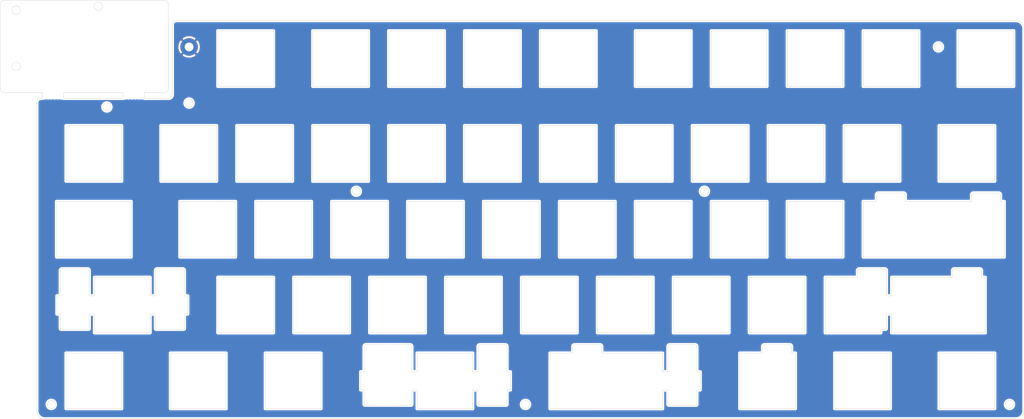
<source format=kicad_pcb>
(kicad_pcb (version 20171130) (host pcbnew "(5.1.9-0-10_14)")
  (layers (0 F.Cu signal) (31 B.Cu signal) (34 B.Paste user) (35 F.Paste user) (36 B.SilkS user) (37 F.SilkS user) (38 B.Mask user) (39 F.Mask user) (44 Edge.Cuts user))
  (net 0 "")
  (net 1 GND)
  (module _reviung-kbd:Stamp_Holes_5mm (layer F.Cu) (at 53.9 54.39)
    (fp_text reference breakaway)
    (fp_text value Stamp_Holes_5mm hide)
    (pad "" np_thru_hole circle (at 0.425 0) (size 0.6 0.6) (drill 0.6) (layers *.Cu *.Mask))
    (pad "" np_thru_hole circle (at -0.425 0) (size 0.6 0.6) (drill 0.6) (layers *.Cu *.Mask))
    (pad "" np_thru_hole circle (at -1.25 0) (size 0.6 0.6) (drill 0.6) (layers *.Cu *.Mask))
    (pad "" np_thru_hole circle (at -2.075 0) (size 0.6 0.6) (drill 0.6) (layers *.Cu *.Mask))
    (pad "" np_thru_hole circle (at 1.25 0) (size 0.6 0.6) (drill 0.6) (layers *.Cu *.Mask))
    (pad "" np_thru_hole circle (at 2.075 0) (size 0.6 0.6) (drill 0.6) (layers *.Cu *.Mask))
  )
  (module _reviung-kbd:Stamp_Holes_5mm (layer F.Cu) (at 33.63 54.39)
    (fp_text reference breakaway)
    (fp_text value Stamp_Holes_5mm hide)
    (pad "" np_thru_hole circle (at 0.425 0) (size 0.6 0.6) (drill 0.6) (layers *.Cu *.Mask))
    (pad "" np_thru_hole circle (at -0.425 0) (size 0.6 0.6) (drill 0.6) (layers *.Cu *.Mask))
    (pad "" np_thru_hole circle (at -1.25 0) (size 0.6 0.6) (drill 0.6) (layers *.Cu *.Mask))
    (pad "" np_thru_hole circle (at -2.075 0) (size 0.6 0.6) (drill 0.6) (layers *.Cu *.Mask))
    (pad "" np_thru_hole circle (at 1.25 0) (size 0.6 0.6) (drill 0.6) (layers *.Cu *.Mask))
    (pad "" np_thru_hole circle (at 2.075 0) (size 0.6 0.6) (drill 0.6) (layers *.Cu *.Mask))
  )
  (module MountingHole:MountingHole_2.2mm_M2_Pad (layer F.Cu) (at 67.78 41.79)
    (fp_text reference H1 hide)
    (fp_text value MountingHole_Pad)
    (pad 1 thru_hole circle (at 0 0) (size 4.4 4.4) (drill 2.2) (layers *.Cu *.Mask) (net 1 GND))
  )
  (gr_curve (pts (xy 274.717478 51.717507) (xy 274.717478 51.717507) (xy 260.717493 51.717485) (xy 260.717493 51.717485)) (layer Edge.Cuts) (width 0.088))
  (gr_curve (pts (xy 260.717493 51.717485) (xy 260.717493 51.717485) (xy 260.717515 37.7175) (xy 260.717515 37.7175)) (layer Edge.Cuts) (width 0.088))
  (gr_curve (pts (xy 272.336228 94.580007) (xy 272.336228 94.580007) (xy 236.904993 94.579985) (xy 236.904993 94.579985)) (layer Edge.Cuts) (width 0.088))
  (gr_curve (pts (xy 274.689508 131.599603) (xy 274.689508 132.179499) (xy 274.219404 132.649604) (xy 273.639508 132.649604)) (layer Edge.Cuts) (width 0.088))
  (gr_curve (pts (xy 208.042478 75.530007) (xy 208.042478 75.530007) (xy 194.042493 75.529985) (xy 194.042493 75.529985)) (layer Edge.Cuts) (width 0.088))
  (gr_curve (pts (xy 208.0425 61.53) (xy 208.0425 61.53) (xy 208.042478 75.530007) (xy 208.042478 75.530007)) (layer Edge.Cuts) (width 0.088))
  (gr_curve (pts (xy 194.042515 61.53) (xy 194.042515 61.53) (xy 208.0425 61.53) (xy 208.0425 61.53)) (layer Edge.Cuts) (width 0.088))
  (gr_curve (pts (xy 274.7175 37.7175) (xy 274.7175 37.7175) (xy 274.717478 51.717507) (xy 274.717478 51.717507)) (layer Edge.Cuts) (width 0.088))
  (gr_curve (pts (xy 273.639508 130.549603) (xy 274.219404 130.549603) (xy 274.689508 131.019708) (xy 274.689508 131.599603)) (layer Edge.Cuts) (width 0.088))
  (gr_curve (pts (xy 259.32645 97.987185) (xy 259.32645 97.711039) (xy 259.550295 97.487172) (xy 259.826441 97.487194)) (layer Edge.Cuts) (width 0.088))
  (gr_curve (pts (xy 259.32645 99.629742) (xy 259.32645 99.629742) (xy 259.32645 97.987185) (xy 259.32645 97.987185)) (layer Edge.Cuts) (width 0.088))
  (gr_curve (pts (xy 244.055612 99.629742) (xy 244.055612 99.629742) (xy 259.32645 99.629742) (xy 259.32645 99.629742)) (layer Edge.Cuts) (width 0.088))
  (gr_curve (pts (xy 244.055612 104.323146) (xy 244.055612 104.323146) (xy 244.055612 99.629742) (xy 244.055612 99.629742)) (layer Edge.Cuts) (width 0.088))
  (gr_curve (pts (xy 272.589507 131.599603) (xy 272.589507 131.019708) (xy 273.059612 130.549603) (xy 273.639508 130.549603)) (layer Edge.Cuts) (width 0.088))
  (gr_curve (pts (xy 272.33625 80.58) (xy 272.33625 80.58) (xy 272.336228 94.580007) (xy 272.336228 94.580007)) (layer Edge.Cuts) (width 0.088))
  (gr_curve (pts (xy 271.413093 80.58) (xy 271.413093 80.58) (xy 272.33625 80.58) (xy 272.33625 80.58)) (layer Edge.Cuts) (width 0.088))
  (gr_curve (pts (xy 271.413093 78.940436) (xy 271.413093 78.940436) (xy 271.413093 80.58) (xy 271.413093 80.58)) (layer Edge.Cuts) (width 0.088))
  (gr_curve (pts (xy 273.639508 132.649604) (xy 273.059612 132.649604) (xy 272.589507 132.179499) (xy 272.589507 131.599603)) (layer Edge.Cuts) (width 0.088))
  (gr_curve (pts (xy 242.790142 97.987206) (xy 242.790142 97.987206) (xy 242.79012 104.323146) (xy 242.79012 104.323146)) (layer Edge.Cuts) (width 0.088))
  (gr_curve (pts (xy 242.290151 97.487194) (xy 242.566275 97.487194) (xy 242.790142 97.71106) (xy 242.790142 97.987206)) (layer Edge.Cuts) (width 0.088))
  (gr_curve (pts (xy 235.965193 97.487194) (xy 235.965193 97.487194) (xy 242.290151 97.487194) (xy 242.290151 97.487194)) (layer Edge.Cuts) (width 0.088))
  (gr_curve (pts (xy 243.761228 132.680007) (xy 243.761228 132.680007) (xy 229.761243 132.679985) (xy 229.761243 132.679985)) (layer Edge.Cuts) (width 0.088))
  (gr_curve (pts (xy 244.055496 108.914145) (xy 244.055496 108.914145) (xy 242.772529 108.914145) (xy 242.772529 108.914145)) (layer Edge.Cuts) (width 0.088))
  (gr_curve (pts (xy 244.055496 113.629748) (xy 244.055496 113.629748) (xy 244.055496 108.914145) (xy 244.055496 108.914145)) (layer Edge.Cuts) (width 0.088))
  (gr_curve (pts (xy 267.573728 113.629748) (xy 267.573728 113.629748) (xy 244.055496 113.629748) (xy 244.055496 113.629748)) (layer Edge.Cuts) (width 0.088))
  (gr_curve (pts (xy 267.57375 99.63) (xy 267.57375 99.63) (xy 267.573728 113.629748) (xy 267.573728 113.629748)) (layer Edge.Cuts) (width 0.088))
  (gr_curve (pts (xy 266.65139 99.63) (xy 266.65139 99.63) (xy 267.57375 99.63) (xy 267.57375 99.63)) (layer Edge.Cuts) (width 0.088))
  (gr_curve (pts (xy 266.65139 97.987206) (xy 266.65139 97.987206) (xy 266.65139 99.63) (xy 266.65139 99.63)) (layer Edge.Cuts) (width 0.088))
  (gr_curve (pts (xy 266.151399 97.487194) (xy 266.427523 97.487194) (xy 266.65139 97.71106) (xy 266.65139 97.987206)) (layer Edge.Cuts) (width 0.088))
  (gr_curve (pts (xy 259.826441 97.487194) (xy 259.826441 97.487194) (xy 266.151399 97.487194) (xy 266.151399 97.487194)) (layer Edge.Cuts) (width 0.088))
  (gr_curve (pts (xy 235.465202 97.987185) (xy 235.465202 97.711039) (xy 235.689047 97.487172) (xy 235.965193 97.487194)) (layer Edge.Cuts) (width 0.088))
  (gr_curve (pts (xy 235.465202 99.63) (xy 235.465202 99.63) (xy 235.465202 97.987185) (xy 235.465202 97.987185)) (layer Edge.Cuts) (width 0.088))
  (gr_curve (pts (xy 227.380015 99.63) (xy 227.380015 99.63) (xy 235.465202 99.63) (xy 235.465202 99.63)) (layer Edge.Cuts) (width 0.088))
  (gr_curve (pts (xy 227.379993 113.629985) (xy 227.379993 113.629985) (xy 227.380015 99.63) (xy 227.380015 99.63)) (layer Edge.Cuts) (width 0.088))
  (gr_curve (pts (xy 242.79012 104.323146) (xy 242.79012 104.323146) (xy 244.055612 104.323146) (xy 244.055612 104.323146)) (layer Edge.Cuts) (width 0.088))
  (gr_curve (pts (xy 241.379978 113.630007) (xy 241.379978 113.630007) (xy 227.379993 113.629985) (xy 227.379993 113.629985)) (layer Edge.Cuts) (width 0.088))
  (gr_curve (pts (xy 241.379978 112.752046) (xy 241.379978 112.752046) (xy 241.379978 113.630007) (xy 241.379978 113.630007)) (layer Edge.Cuts) (width 0.088))
  (gr_curve (pts (xy 242.522501 112.752046) (xy 242.522501 112.752046) (xy 241.379978 112.752046) (xy 241.379978 112.752046)) (layer Edge.Cuts) (width 0.088))
  (gr_curve (pts (xy 242.772507 112.50204) (xy 242.772507 112.640102) (xy 242.660585 112.752046) (xy 242.522501 112.752046)) (layer Edge.Cuts) (width 0.088))
  (gr_curve (pts (xy 242.772529 108.914145) (xy 242.772529 108.914145) (xy 242.772507 112.50204) (xy 242.772507 112.50204)) (layer Edge.Cuts) (width 0.088))
  (gr_curve (pts (xy 240.209313 78.940415) (xy 240.209313 78.664269) (xy 240.433158 78.440402) (xy 240.709304 78.440424)) (layer Edge.Cuts) (width 0.088))
  (gr_curve (pts (xy 240.209313 80.58) (xy 240.209313 80.58) (xy 240.209313 78.940415) (xy 240.209313 78.940415)) (layer Edge.Cuts) (width 0.088))
  (gr_curve (pts (xy 247.034263 78.440424) (xy 247.310387 78.440424) (xy 247.534254 78.66429) (xy 247.534254 78.940436)) (layer Edge.Cuts) (width 0.088))
  (gr_curve (pts (xy 240.709304 78.440424) (xy 240.709304 78.440424) (xy 247.034263 78.440424) (xy 247.034263 78.440424)) (layer Edge.Cuts) (width 0.088))
  (gr_curve (pts (xy 264.088153 80.58) (xy 264.088153 80.58) (xy 264.088153 78.940415) (xy 264.088153 78.940415)) (layer Edge.Cuts) (width 0.088))
  (gr_curve (pts (xy 247.534254 80.58) (xy 247.534254 80.58) (xy 264.088153 80.58) (xy 264.088153 80.58)) (layer Edge.Cuts) (width 0.088))
  (gr_curve (pts (xy 247.534254 78.940436) (xy 247.534254 78.940436) (xy 247.534254 80.58) (xy 247.534254 80.58)) (layer Edge.Cuts) (width 0.088))
  (gr_curve (pts (xy 269.955 118.680022) (xy 269.955 118.680022) (xy 269.954978 132.680007) (xy 269.954978 132.680007)) (layer Edge.Cuts) (width 0.088))
  (gr_curve (pts (xy 255.955015 118.68) (xy 255.955015 118.68) (xy 269.955 118.680022) (xy 269.955 118.680022)) (layer Edge.Cuts) (width 0.088))
  (gr_curve (pts (xy 255.954993 132.679985) (xy 255.954993 132.679985) (xy 255.955015 118.68) (xy 255.955015 118.68)) (layer Edge.Cuts) (width 0.088))
  (gr_curve (pts (xy 269.954978 132.680007) (xy 269.954978 132.680007) (xy 255.954993 132.679985) (xy 255.954993 132.679985)) (layer Edge.Cuts) (width 0.088))
  (gr_curve (pts (xy 270.913102 78.440424) (xy 271.189227 78.440424) (xy 271.413093 78.66429) (xy 271.413093 78.940436)) (layer Edge.Cuts) (width 0.088))
  (gr_curve (pts (xy 264.588144 78.440424) (xy 264.588144 78.440424) (xy 270.913102 78.440424) (xy 270.913102 78.440424)) (layer Edge.Cuts) (width 0.088))
  (gr_curve (pts (xy 264.088153 78.940415) (xy 264.088153 78.664269) (xy 264.311998 78.440402) (xy 264.588144 78.440424)) (layer Edge.Cuts) (width 0.088))
  (gr_curve (pts (xy 208.330015 99.63) (xy 208.330015 99.63) (xy 222.33 99.63) (xy 222.33 99.63)) (layer Edge.Cuts) (width 0.088))
  (gr_curve (pts (xy 208.329993 113.629985) (xy 208.329993 113.629985) (xy 208.330015 99.63) (xy 208.330015 99.63)) (layer Edge.Cuts) (width 0.088))
  (gr_curve (pts (xy 222.329978 113.630007) (xy 222.329978 113.630007) (xy 208.329993 113.629985) (xy 208.329993 113.629985)) (layer Edge.Cuts) (width 0.088))
  (gr_curve (pts (xy 243.76125 118.680022) (xy 243.76125 118.680022) (xy 243.761228 132.680007) (xy 243.761228 132.680007)) (layer Edge.Cuts) (width 0.088))
  (gr_curve (pts (xy 229.761243 118.68) (xy 229.761243 118.68) (xy 243.76125 118.680022) (xy 243.76125 118.680022)) (layer Edge.Cuts) (width 0.088))
  (gr_curve (pts (xy 229.761243 132.679985) (xy 229.761243 132.679985) (xy 229.761243 118.68) (xy 229.761243 118.68)) (layer Edge.Cuts) (width 0.088))
  (gr_curve (pts (xy 260.717515 37.7175) (xy 260.717515 37.7175) (xy 274.7175 37.7175) (xy 274.7175 37.7175)) (layer Edge.Cuts) (width 0.088))
  (gr_curve (pts (xy 195.225969 127.984363) (xy 195.225969 127.984363) (xy 195.225969 131.572258) (xy 195.225969 131.572258)) (layer Edge.Cuts) (width 0.088))
  (gr_curve (pts (xy 196.061319 127.984363) (xy 196.061319 127.984363) (xy 195.225969 127.984363) (xy 195.225969 127.984363)) (layer Edge.Cuts) (width 0.088))
  (gr_curve (pts (xy 203.28 99.63) (xy 203.28 99.63) (xy 203.279978 113.630007) (xy 203.279978 113.630007)) (layer Edge.Cuts) (width 0.088))
  (gr_curve (pts (xy 189.280015 99.63) (xy 189.280015 99.63) (xy 203.28 99.63) (xy 203.28 99.63)) (layer Edge.Cuts) (width 0.088))
  (gr_curve (pts (xy 189.279993 113.629985) (xy 189.279993 113.629985) (xy 189.280015 99.63) (xy 189.280015 99.63)) (layer Edge.Cuts) (width 0.088))
  (gr_curve (pts (xy 203.279978 113.630007) (xy 203.279978 113.630007) (xy 189.279993 113.629985) (xy 189.279993 113.629985)) (layer Edge.Cuts) (width 0.088))
  (gr_curve (pts (xy 219.94875 118.68) (xy 219.94875 118.68) (xy 219.948728 132.679985) (xy 219.948728 132.679985)) (layer Edge.Cuts) (width 0.088))
  (gr_curve (pts (xy 218.975833 118.68) (xy 218.975833 118.68) (xy 219.94875 118.68) (xy 219.94875 118.68)) (layer Edge.Cuts) (width 0.088))
  (gr_curve (pts (xy 218.975833 117.050944) (xy 218.975833 117.050944) (xy 218.975833 118.68) (xy 218.975833 118.68)) (layer Edge.Cuts) (width 0.088))
  (gr_curve (pts (xy 218.475842 116.550931) (xy 218.751967 116.550931) (xy 218.975833 116.774798) (xy 218.975833 117.050944)) (layer Edge.Cuts) (width 0.088))
  (gr_curve (pts (xy 212.150884 116.55091) (xy 212.150884 116.55091) (xy 218.475842 116.550931) (xy 218.475842 116.550931)) (layer Edge.Cuts) (width 0.088))
  (gr_curve (pts (xy 211.650893 117.050922) (xy 211.650893 116.774776) (xy 211.874738 116.55091) (xy 212.150884 116.55091)) (layer Edge.Cuts) (width 0.088))
  (gr_curve (pts (xy 211.650893 118.679979) (xy 211.650893 118.679979) (xy 211.650893 117.050922) (xy 211.650893 117.050922)) (layer Edge.Cuts) (width 0.088))
  (gr_curve (pts (xy 205.948743 118.679979) (xy 205.948743 118.679979) (xy 211.650893 118.679979) (xy 211.650893 118.679979)) (layer Edge.Cuts) (width 0.088))
  (gr_curve (pts (xy 205.948743 132.679964) (xy 205.948743 132.679964) (xy 205.948743 118.679979) (xy 205.948743 118.679979)) (layer Edge.Cuts) (width 0.088))
  (gr_curve (pts (xy 219.948728 132.679985) (xy 219.948728 132.679985) (xy 205.948743 132.679964) (xy 205.948743 132.679964)) (layer Edge.Cuts) (width 0.088))
  (gr_curve (pts (xy 222.33 99.63) (xy 222.33 99.63) (xy 222.329978 113.630007) (xy 222.329978 113.630007)) (layer Edge.Cuts) (width 0.088))
  (gr_curve (pts (xy 255.954993 75.529985) (xy 255.954993 75.529985) (xy 255.955015 61.53) (xy 255.955015 61.53)) (layer Edge.Cuts) (width 0.088))
  (gr_curve (pts (xy 269.954978 75.530007) (xy 269.954978 75.530007) (xy 255.954993 75.529985) (xy 255.954993 75.529985)) (layer Edge.Cuts) (width 0.088))
  (gr_curve (pts (xy 269.955 61.53) (xy 269.955 61.53) (xy 269.954978 75.530007) (xy 269.954978 75.530007)) (layer Edge.Cuts) (width 0.088))
  (gr_curve (pts (xy 236.904993 51.717485) (xy 236.904993 51.717485) (xy 236.905015 37.7175) (xy 236.905015 37.7175)) (layer Edge.Cuts) (width 0.088))
  (gr_curve (pts (xy 250.904978 51.717507) (xy 250.904978 51.717507) (xy 236.904993 51.717485) (xy 236.904993 51.717485)) (layer Edge.Cuts) (width 0.088))
  (gr_curve (pts (xy 250.905 37.7175) (xy 250.905 37.7175) (xy 250.904978 51.717507) (xy 250.904978 51.717507)) (layer Edge.Cuts) (width 0.088))
  (gr_curve (pts (xy 236.905015 37.7175) (xy 236.905015 37.7175) (xy 250.905 37.7175) (xy 250.905 37.7175)) (layer Edge.Cuts) (width 0.088))
  (gr_curve (pts (xy 232.142493 75.529985) (xy 232.142493 75.529985) (xy 232.142515 61.53) (xy 232.142515 61.53)) (layer Edge.Cuts) (width 0.088))
  (gr_curve (pts (xy 246.142478 75.530007) (xy 246.142478 75.530007) (xy 232.142493 75.529985) (xy 232.142493 75.529985)) (layer Edge.Cuts) (width 0.088))
  (gr_curve (pts (xy 246.1425 61.53) (xy 246.1425 61.53) (xy 246.142478 75.530007) (xy 246.142478 75.530007)) (layer Edge.Cuts) (width 0.088))
  (gr_curve (pts (xy 232.142515 61.53) (xy 232.142515 61.53) (xy 246.1425 61.53) (xy 246.1425 61.53)) (layer Edge.Cuts) (width 0.088))
  (gr_curve (pts (xy 217.854993 51.717485) (xy 217.854993 51.717485) (xy 217.855015 37.7175) (xy 217.855015 37.7175)) (layer Edge.Cuts) (width 0.088))
  (gr_curve (pts (xy 231.854978 51.717507) (xy 231.854978 51.717507) (xy 217.854993 51.717485) (xy 217.854993 51.717485)) (layer Edge.Cuts) (width 0.088))
  (gr_curve (pts (xy 231.855 37.7175) (xy 231.855 37.7175) (xy 231.854978 51.717507) (xy 231.854978 51.717507)) (layer Edge.Cuts) (width 0.088))
  (gr_curve (pts (xy 217.855015 37.7175) (xy 217.855015 37.7175) (xy 231.855 37.7175) (xy 231.855 37.7175)) (layer Edge.Cuts) (width 0.088))
  (gr_curve (pts (xy 217.855015 80.58) (xy 217.855015 80.58) (xy 231.855 80.58) (xy 231.855 80.58)) (layer Edge.Cuts) (width 0.088))
  (gr_curve (pts (xy 217.854993 94.579985) (xy 217.854993 94.579985) (xy 217.855015 80.58) (xy 217.855015 80.58)) (layer Edge.Cuts) (width 0.088))
  (gr_curve (pts (xy 231.854978 94.580007) (xy 231.854978 94.580007) (xy 217.854993 94.579985) (xy 217.854993 94.579985)) (layer Edge.Cuts) (width 0.088))
  (gr_curve (pts (xy 231.855 80.58) (xy 231.855 80.58) (xy 231.854978 94.580007) (xy 231.854978 94.580007)) (layer Edge.Cuts) (width 0.088))
  (gr_curve (pts (xy 213.092493 75.529985) (xy 213.092493 75.529985) (xy 213.092515 61.53) (xy 213.092515 61.53)) (layer Edge.Cuts) (width 0.088))
  (gr_curve (pts (xy 227.092478 75.530007) (xy 227.092478 75.530007) (xy 213.092493 75.529985) (xy 213.092493 75.529985)) (layer Edge.Cuts) (width 0.088))
  (gr_curve (pts (xy 227.0925 61.53) (xy 227.0925 61.53) (xy 227.092478 75.530007) (xy 227.092478 75.530007)) (layer Edge.Cuts) (width 0.088))
  (gr_curve (pts (xy 213.092515 61.53) (xy 213.092515 61.53) (xy 227.0925 61.53) (xy 227.0925 61.53)) (layer Edge.Cuts) (width 0.088))
  (gr_curve (pts (xy 198.804993 51.717485) (xy 198.804993 51.717485) (xy 198.805015 37.7175) (xy 198.805015 37.7175)) (layer Edge.Cuts) (width 0.088))
  (gr_curve (pts (xy 212.804978 51.717507) (xy 212.804978 51.717507) (xy 198.804993 51.717485) (xy 198.804993 51.717485)) (layer Edge.Cuts) (width 0.088))
  (gr_curve (pts (xy 212.805 37.7175) (xy 212.805 37.7175) (xy 212.804978 51.717507) (xy 212.804978 51.717507)) (layer Edge.Cuts) (width 0.088))
  (gr_curve (pts (xy 198.805015 37.7175) (xy 198.805015 37.7175) (xy 212.805 37.7175) (xy 212.805 37.7175)) (layer Edge.Cuts) (width 0.088))
  (gr_curve (pts (xy 198.805015 80.58) (xy 198.805015 80.58) (xy 212.805 80.58) (xy 212.805 80.58)) (layer Edge.Cuts) (width 0.088))
  (gr_curve (pts (xy 198.804993 94.579985) (xy 198.804993 94.579985) (xy 198.805015 80.58) (xy 198.805015 80.58)) (layer Edge.Cuts) (width 0.088))
  (gr_curve (pts (xy 212.804978 94.580007) (xy 212.804978 94.580007) (xy 198.804993 94.579985) (xy 198.804993 94.579985)) (layer Edge.Cuts) (width 0.088))
  (gr_curve (pts (xy 212.805 80.58) (xy 212.805 80.58) (xy 212.804978 94.580007) (xy 212.804978 94.580007)) (layer Edge.Cuts) (width 0.088))
  (gr_curve (pts (xy 194.042493 75.529985) (xy 194.042493 75.529985) (xy 194.042515 61.53) (xy 194.042515 61.53)) (layer Edge.Cuts) (width 0.088))
  (gr_curve (pts (xy 188.151014 131.822243) (xy 188.012952 131.822243) (xy 187.901029 131.710299) (xy 187.901029 131.572236)) (layer Edge.Cuts) (width 0.088))
  (gr_curve (pts (xy 194.975963 131.822264) (xy 194.975963 131.822264) (xy 188.151014 131.822243) (xy 188.151014 131.822243)) (layer Edge.Cuts) (width 0.088))
  (gr_curve (pts (xy 195.225969 131.572258) (xy 195.225969 131.71032) (xy 195.114047 131.822264) (xy 194.975963 131.822264)) (layer Edge.Cuts) (width 0.088))
  (gr_curve (pts (xy 195.226013 117.057425) (xy 195.226013 117.057425) (xy 195.225991 123.393364) (xy 195.225991 123.393364)) (layer Edge.Cuts) (width 0.088))
  (gr_curve (pts (xy 194.726022 116.557412) (xy 195.002146 116.557412) (xy 195.226013 116.781279) (xy 195.226013 117.057425)) (layer Edge.Cuts) (width 0.088))
  (gr_curve (pts (xy 188.401063 116.557412) (xy 188.401063 116.557412) (xy 194.726022 116.557412) (xy 194.726022 116.557412)) (layer Edge.Cuts) (width 0.088))
  (gr_curve (pts (xy 187.901072 117.057403) (xy 187.901072 116.781257) (xy 188.124917 116.557391) (xy 188.401063 116.557412)) (layer Edge.Cuts) (width 0.088))
  (gr_curve (pts (xy 187.901051 123.375751) (xy 187.901051 123.375751) (xy 187.901072 117.057403) (xy 187.901072 117.057403)) (layer Edge.Cuts) (width 0.088))
  (gr_curve (pts (xy 186.612628 123.375751) (xy 186.612628 123.375751) (xy 187.901051 123.375751) (xy 187.901051 123.375751)) (layer Edge.Cuts) (width 0.088))
  (gr_curve (pts (xy 186.612628 118.688871) (xy 186.612628 118.688871) (xy 186.612628 123.375751) (xy 186.612628 123.375751)) (layer Edge.Cuts) (width 0.088))
  (gr_curve (pts (xy 171.347173 118.679914) (xy 171.347173 118.679914) (xy 186.612628 118.688871) (xy 186.612628 118.688871)) (layer Edge.Cuts) (width 0.088))
  (gr_curve (pts (xy 171.347173 117.057425) (xy 171.347173 117.057425) (xy 171.347173 118.679914) (xy 171.347173 118.679914)) (layer Edge.Cuts) (width 0.088))
  (gr_curve (pts (xy 170.847182 116.557412) (xy 171.123306 116.557412) (xy 171.347173 116.781279) (xy 171.347173 117.057425)) (layer Edge.Cuts) (width 0.088))
  (gr_curve (pts (xy 164.522223 116.557412) (xy 164.522223 116.557412) (xy 170.847182 116.557412) (xy 170.847182 116.557412)) (layer Edge.Cuts) (width 0.088))
  (gr_curve (pts (xy 164.022232 117.057403) (xy 164.022232 116.781257) (xy 164.246078 116.557391) (xy 164.522223 116.557412)) (layer Edge.Cuts) (width 0.088))
  (gr_curve (pts (xy 164.022232 118.679892) (xy 164.022232 118.679892) (xy 164.022232 117.057403) (xy 164.022232 117.057403)) (layer Edge.Cuts) (width 0.088))
  (gr_curve (pts (xy 158.323765 118.679871) (xy 158.323765 118.679871) (xy 164.022232 118.679892) (xy 164.022232 118.679892)) (layer Edge.Cuts) (width 0.088))
  (gr_curve (pts (xy 158.323743 132.679856) (xy 158.323743 132.679856) (xy 158.323765 118.679871) (xy 158.323765 118.679871)) (layer Edge.Cuts) (width 0.088))
  (gr_curve (pts (xy 186.612628 132.688878) (xy 186.612628 132.688878) (xy 158.323743 132.679856) (xy 158.323743 132.679856)) (layer Edge.Cuts) (width 0.088))
  (gr_curve (pts (xy 186.612628 127.986882) (xy 186.612628 127.986882) (xy 186.612628 132.688878) (xy 186.612628 132.688878)) (layer Edge.Cuts) (width 0.088))
  (gr_curve (pts (xy 187.901029 127.986882) (xy 187.901029 127.986882) (xy 186.612628 127.986882) (xy 186.612628 127.986882)) (layer Edge.Cuts) (width 0.088))
  (gr_curve (pts (xy 187.901029 131.572236) (xy 187.901029 131.572236) (xy 187.901029 127.986882) (xy 187.901029 127.986882)) (layer Edge.Cuts) (width 0.088))
  (gr_curve (pts (xy 277.242496 37.192726) (xy 277.242496 36.088164) (xy 276.347073 35.19274) (xy 275.242511 35.19274)) (layer Edge.Cuts) (width 0.088))
  (gr_curve (pts (xy 277.242496 133.205255) (xy 277.242496 133.205255) (xy 277.242496 37.192726) (xy 277.242496 37.192726)) (layer Edge.Cuts) (width 0.088))
  (gr_curve (pts (xy 275.242511 135.20524) (xy 276.347073 135.20524) (xy 277.242496 134.309817) (xy 277.242496 133.205255)) (layer Edge.Cuts) (width 0.088))
  (gr_curve (pts (xy 31.592504 135.20524) (xy 31.592504 135.20524) (xy 275.242511 135.20524) (xy 275.242511 135.20524)) (layer Edge.Cuts) (width 0.088))
  (gr_curve (pts (xy 29.592496 133.205233) (xy 29.592496 134.309817) (xy 30.48792 135.20524) (xy 31.592504 135.20524)) (layer Edge.Cuts) (width 0.088))
  (gr_curve (pts (xy 29.592496 55.742993) (xy 29.592496 55.742993) (xy 29.592496 133.205233) (xy 29.592496 133.205233)) (layer Edge.Cuts) (width 0.088))
  (gr_curve (pts (xy 30.5925 54.74299) (xy 30.040208 54.74299) (xy 29.592496 55.190723) (xy 29.592496 55.742993)) (layer Edge.Cuts) (width 0.088))
  (gr_curve (pts (xy 30.98 54.74299) (xy 30.98 54.74299) (xy 30.5925 54.74299) (xy 30.5925 54.74299)) (layer Edge.Cuts) (width 0.088))
  (gr_curve (pts (xy 30.98 53.242758) (xy 30.98 53.242758) (xy 30.98 54.74299) (xy 30.98 54.74299)) (layer Edge.Cuts) (width 0.088))
  (gr_curve (pts (xy 21.37547 53.242758) (xy 21.37547 53.242758) (xy 30.98 53.242758) (xy 30.98 53.242758)) (layer Edge.Cuts) (width 0.088))
  (gr_curve (pts (xy 20.375488 52.242755) (xy 20.375488 52.795047) (xy 20.8232 53.242758) (xy 21.37547 53.242758)) (layer Edge.Cuts) (width 0.088))
  (gr_curve (pts (xy 20.375488 31.042757) (xy 20.375488 31.042757) (xy 20.375488 52.242755) (xy 20.375488 52.242755)) (layer Edge.Cuts) (width 0.088))
  (gr_curve (pts (xy 21.37547 30.042753) (xy 20.8232 30.042753) (xy 20.375488 30.490486) (xy 20.375488 31.042757)) (layer Edge.Cuts) (width 0.088))
  (gr_curve (pts (xy 61.575471 30.042753) (xy 61.575471 30.042753) (xy 21.37547 30.042753) (xy 21.37547 30.042753)) (layer Edge.Cuts) (width 0.088))
  (gr_curve (pts (xy 62.575475 31.042757) (xy 62.575475 30.490486) (xy 62.127763 30.042753) (xy 61.575471 30.042753)) (layer Edge.Cuts) (width 0.088))
  (gr_curve (pts (xy 62.575475 52.242755) (xy 62.575475 52.242755) (xy 62.575475 31.042757) (xy 62.575475 31.042757)) (layer Edge.Cuts) (width 0.088))
  (gr_curve (pts (xy 61.575471 53.242758) (xy 62.127763 53.242758) (xy 62.575475 52.795047) (xy 62.575475 52.242755)) (layer Edge.Cuts) (width 0.088))
  (gr_curve (pts (xy 56.58 53.242758) (xy 56.415364 53.242758) (xy 61.575471 53.242758) (xy 61.575471 53.242758)) (layer Edge.Cuts) (width 0.088))
  (gr_curve (pts (xy 56.58 54.74299) (xy 56.58 54.74299) (xy 56.58 53.242758) (xy 56.58 53.242758)) (layer Edge.Cuts) (width 0.088))
  (gr_curve (pts (xy 62.601464 54.74299) (xy 62.601464 54.74299) (xy 56.58 54.74299) (xy 56.58 54.74299)) (layer Edge.Cuts) (width 0.088))
  (gr_curve (pts (xy 63.601467 53.743008) (xy 63.601467 54.295278) (xy 63.153755 54.74299) (xy 62.601464 54.74299)) (layer Edge.Cuts) (width 0.088))
  (gr_curve (pts (xy 63.601467 36.192744) (xy 63.601467 36.192744) (xy 63.601467 53.743008) (xy 63.601467 53.743008)) (layer Edge.Cuts) (width 0.088))
  (gr_curve (pts (xy 64.601471 35.19274) (xy 64.049179 35.19274) (xy 63.601467 35.640474) (xy 63.601467 36.192744)) (layer Edge.Cuts) (width 0.088))
  (gr_curve (pts (xy 275.242511 35.19274) (xy 275.242511 35.19274) (xy 64.601471 35.19274) (xy 64.601471 35.19274)) (layer Edge.Cuts) (width 0.088))
  (gr_curve (pts (xy 254.761504 41.785598) (xy 254.761504 41.205702) (xy 255.231609 40.735598) (xy 255.811505 40.735598)) (layer Edge.Cuts) (width 0.088))
  (gr_curve (pts (xy 255.811505 42.835599) (xy 255.231609 42.835599) (xy 254.761504 42.365494) (xy 254.761504 41.785598)) (layer Edge.Cuts) (width 0.088))
  (gr_curve (pts (xy 256.861505 41.785598) (xy 256.861505 42.365494) (xy 256.391401 42.835599) (xy 255.811505 42.835599)) (layer Edge.Cuts) (width 0.088))
  (gr_curve (pts (xy 255.811505 40.735598) (xy 256.391401 40.735598) (xy 256.861505 41.205702) (xy 256.861505 41.785598)) (layer Edge.Cuts) (width 0.088))
  (gr_curve (pts (xy 255.955015 61.53) (xy 255.955015 61.53) (xy 269.955 61.53) (xy 269.955 61.53)) (layer Edge.Cuts) (width 0.088))
  (gr_curve (pts (xy 124.972269 123.393364) (xy 124.972269 123.393364) (xy 124.972269 118.679742) (xy 124.972269 118.679742)) (layer Edge.Cuts) (width 0.088))
  (gr_curve (pts (xy 123.706778 123.393364) (xy 123.706778 123.393364) (xy 124.972269 123.393364) (xy 124.972269 123.393364)) (layer Edge.Cuts) (width 0.088))
  (gr_curve (pts (xy 123.706799 117.057425) (xy 123.706799 117.057425) (xy 123.706778 123.393364) (xy 123.706778 123.393364)) (layer Edge.Cuts) (width 0.088))
  (gr_curve (pts (xy 123.206808 116.557412) (xy 123.482933 116.557412) (xy 123.706799 116.781279) (xy 123.706799 117.057425)) (layer Edge.Cuts) (width 0.088))
  (gr_curve (pts (xy 112.158279 116.545031) (xy 112.158279 116.545031) (xy 123.206808 116.557412) (xy 123.206808 116.557412)) (layer Edge.Cuts) (width 0.088))
  (gr_curve (pts (xy 111.658288 117.045044) (xy 111.658288 116.768898) (xy 111.882133 116.545031) (xy 112.158279 116.545031)) (layer Edge.Cuts) (width 0.088))
  (gr_curve (pts (xy 111.658267 123.363392) (xy 111.658267 123.363392) (xy 111.658288 117.045044) (xy 111.658288 117.045044)) (layer Edge.Cuts) (width 0.088))
  (gr_curve (pts (xy 110.822896 123.363392) (xy 110.822896 123.363392) (xy 111.658267 123.363392) (xy 111.658267 123.363392)) (layer Edge.Cuts) (width 0.088))
  (gr_curve (pts (xy 110.822896 127.974523) (xy 110.822896 127.974523) (xy 110.822896 123.363392) (xy 110.822896 123.363392)) (layer Edge.Cuts) (width 0.088))
  (gr_curve (pts (xy 111.658267 127.974523) (xy 111.658267 127.974523) (xy 110.822896 127.974523) (xy 110.822896 127.974523)) (layer Edge.Cuts) (width 0.088))
  (gr_curve (pts (xy 111.658245 131.559877) (xy 111.658245 131.559877) (xy 111.658267 127.974523) (xy 111.658267 127.974523)) (layer Edge.Cuts) (width 0.088))
  (gr_curve (pts (xy 111.90823 131.809883) (xy 111.770168 131.809883) (xy 111.658245 131.697939) (xy 111.658245 131.559877)) (layer Edge.Cuts) (width 0.088))
  (gr_curve (pts (xy 123.45675 131.822264) (xy 123.45675 131.822264) (xy 111.90823 131.809883) (xy 111.90823 131.809883)) (layer Edge.Cuts) (width 0.088))
  (gr_curve (pts (xy 123.706756 131.572258) (xy 123.706756 131.71032) (xy 123.594834 131.822264) (xy 123.45675 131.822264)) (layer Edge.Cuts) (width 0.088))
  (gr_curve (pts (xy 123.706778 127.984363) (xy 123.706778 127.984363) (xy 123.706756 131.572258) (xy 123.706756 131.572258)) (layer Edge.Cuts) (width 0.088))
  (gr_curve (pts (xy 124.972269 127.984363) (xy 124.972269 127.984363) (xy 123.706778 127.984363) (xy 123.706778 127.984363)) (layer Edge.Cuts) (width 0.088))
  (gr_curve (pts (xy 124.972269 132.679748) (xy 124.972269 132.679748) (xy 124.972269 127.984363) (xy 124.972269 127.984363)) (layer Edge.Cuts) (width 0.088))
  (gr_curve (pts (xy 138.972254 132.679748) (xy 138.972254 132.679748) (xy 124.972269 132.679748) (xy 124.972269 132.679748)) (layer Edge.Cuts) (width 0.088))
  (gr_curve (pts (xy 138.972254 127.986882) (xy 138.972254 127.986882) (xy 138.972254 132.679748) (xy 138.972254 132.679748)) (layer Edge.Cuts) (width 0.088))
  (gr_curve (pts (xy 140.260655 127.986882) (xy 140.260655 127.986882) (xy 138.972254 127.986882) (xy 138.972254 127.986882)) (layer Edge.Cuts) (width 0.088))
  (gr_curve (pts (xy 140.260655 131.572236) (xy 140.260655 131.572236) (xy 140.260655 127.986882) (xy 140.260655 127.986882)) (layer Edge.Cuts) (width 0.088))
  (gr_curve (pts (xy 140.51064 131.822243) (xy 140.372578 131.822243) (xy 140.260655 131.710299) (xy 140.260655 131.572236)) (layer Edge.Cuts) (width 0.088))
  (gr_curve (pts (xy 147.335589 131.822264) (xy 147.335589 131.822264) (xy 140.51064 131.822243) (xy 140.51064 131.822243)) (layer Edge.Cuts) (width 0.088))
  (gr_curve (pts (xy 147.585596 131.572258) (xy 147.585596 131.71032) (xy 147.473673 131.822264) (xy 147.335589 131.822264)) (layer Edge.Cuts) (width 0.088))
  (gr_curve (pts (xy 147.585596 127.984363) (xy 147.585596 127.984363) (xy 147.585596 131.572258) (xy 147.585596 131.572258)) (layer Edge.Cuts) (width 0.088))
  (gr_curve (pts (xy 148.420945 127.984363) (xy 148.420945 127.984363) (xy 147.585596 127.984363) (xy 147.585596 127.984363)) (layer Edge.Cuts) (width 0.088))
  (gr_curve (pts (xy 153.240332 131.599603) (xy 153.240332 132.179499) (xy 152.770228 132.649604) (xy 152.190332 132.649604)) (layer Edge.Cuts) (width 0.088))
  (gr_curve (pts (xy 152.190332 130.549603) (xy 152.770228 130.549603) (xy 153.240332 131.019708) (xy 153.240332 131.599603)) (layer Edge.Cuts) (width 0.088))
  (gr_curve (pts (xy 151.140331 131.599603) (xy 151.140331 131.019708) (xy 151.610436 130.549603) (xy 152.190332 130.549603)) (layer Edge.Cuts) (width 0.088))
  (gr_curve (pts (xy 152.190332 132.649604) (xy 151.610436 132.649604) (xy 151.140331 132.179499) (xy 151.140331 131.599603)) (layer Edge.Cuts) (width 0.088))
  (gr_curve (pts (xy 196.061341 123.393364) (xy 196.061341 123.393364) (xy 196.061319 127.984363) (xy 196.061319 127.984363)) (layer Edge.Cuts) (width 0.088))
  (gr_curve (pts (xy 195.225991 123.393364) (xy 195.225991 123.393364) (xy 196.061341 123.393364) (xy 196.061341 123.393364)) (layer Edge.Cuts) (width 0.088))
  (gr_curve (pts (xy 33.199511 130.549603) (xy 33.779407 130.549603) (xy 34.249512 131.019708) (xy 34.249512 131.599603)) (layer Edge.Cuts) (width 0.088))
  (gr_curve (pts (xy 32.149511 131.599603) (xy 32.149511 131.019708) (xy 32.619594 130.549603) (xy 33.199511 130.549603)) (layer Edge.Cuts) (width 0.088))
  (gr_curve (pts (xy 33.199511 132.649604) (xy 32.619594 132.649604) (xy 32.149511 132.179499) (xy 32.149511 131.599603)) (layer Edge.Cuts) (width 0.088))
  (gr_curve (pts (xy 34.498506 94.579727) (xy 34.498506 94.579727) (xy 34.498506 80.579742) (xy 34.498506 80.579742)) (layer Edge.Cuts) (width 0.088))
  (gr_curve (pts (xy 53.261228 94.580007) (xy 53.261228 94.580007) (xy 34.498506 94.579727) (xy 34.498506 94.579727)) (layer Edge.Cuts) (width 0.088))
  (gr_curve (pts (xy 53.26125 80.58) (xy 53.26125 80.58) (xy 53.261228 94.580007) (xy 53.261228 94.580007)) (layer Edge.Cuts) (width 0.088))
  (gr_curve (pts (xy 34.498506 80.579742) (xy 34.498506 80.579742) (xy 53.26125 80.58) (xy 53.26125 80.58)) (layer Edge.Cuts) (width 0.088))
  (gr_curve (pts (xy 50.88 118.68) (xy 50.88 118.68) (xy 50.879978 132.680007) (xy 50.879978 132.680007)) (layer Edge.Cuts) (width 0.088))
  (gr_curve (pts (xy 36.880015 118.68) (xy 36.880015 118.68) (xy 50.88 118.68) (xy 50.88 118.68)) (layer Edge.Cuts) (width 0.088))
  (gr_curve (pts (xy 36.879993 132.679985) (xy 36.879993 132.679985) (xy 36.880015 118.68) (xy 36.880015 118.68)) (layer Edge.Cuts) (width 0.088))
  (gr_curve (pts (xy 50.879978 132.680007) (xy 50.879978 132.680007) (xy 36.879993 132.679985) (xy 36.879993 132.679985)) (layer Edge.Cuts) (width 0.088))
  (gr_curve (pts (xy 59.561877 112.752024) (xy 59.423815 112.752024) (xy 59.311893 112.64008) (xy 59.311893 112.502018)) (layer Edge.Cuts) (width 0.088))
  (gr_curve (pts (xy 66.386827 112.752046) (xy 66.386827 112.752046) (xy 59.561877 112.752024) (xy 59.561877 112.752024)) (layer Edge.Cuts) (width 0.088))
  (gr_curve (pts (xy 66.636833 112.50204) (xy 66.636833 112.640102) (xy 66.524911 112.752046) (xy 66.386827 112.752046)) (layer Edge.Cuts) (width 0.088))
  (gr_curve (pts (xy 66.636833 108.914145) (xy 66.636833 108.914145) (xy 66.636833 112.50204) (xy 66.636833 112.50204)) (layer Edge.Cuts) (width 0.088))
  (gr_curve (pts (xy 67.472183 108.914145) (xy 67.472183 108.914145) (xy 66.636833 108.914145) (xy 66.636833 108.914145)) (layer Edge.Cuts) (width 0.088))
  (gr_curve (pts (xy 67.472204 104.323146) (xy 67.472204 104.323146) (xy 67.472183 108.914145) (xy 67.472183 108.914145)) (layer Edge.Cuts) (width 0.088))
  (gr_curve (pts (xy 66.636855 104.323146) (xy 66.636855 104.323146) (xy 67.472204 104.323146) (xy 67.472204 104.323146)) (layer Edge.Cuts) (width 0.088))
  (gr_curve (pts (xy 66.636876 97.987206) (xy 66.636876 97.987206) (xy 66.636855 104.323146) (xy 66.636855 104.323146)) (layer Edge.Cuts) (width 0.088))
  (gr_curve (pts (xy 66.136885 97.487194) (xy 66.41301 97.487194) (xy 66.636876 97.71106) (xy 66.636876 97.987206)) (layer Edge.Cuts) (width 0.088))
  (gr_curve (pts (xy 59.811927 97.487194) (xy 59.811927 97.487194) (xy 66.136885 97.487194) (xy 66.136885 97.487194)) (layer Edge.Cuts) (width 0.088))
  (gr_curve (pts (xy 59.311936 97.987185) (xy 59.311936 97.711039) (xy 59.535781 97.487172) (xy 59.811927 97.487194)) (layer Edge.Cuts) (width 0.088))
  (gr_curve (pts (xy 59.311914 104.305533) (xy 59.311914 104.305533) (xy 59.311936 97.987185) (xy 59.311936 97.987185)) (layer Edge.Cuts) (width 0.088))
  (gr_curve (pts (xy 58.023491 104.305533) (xy 58.023491 104.305533) (xy 59.311914 104.305533) (xy 59.311914 104.305533)) (layer Edge.Cuts) (width 0.088))
  (gr_curve (pts (xy 58.023491 99.629742) (xy 58.023491 99.629742) (xy 58.023491 104.305533) (xy 58.023491 104.305533)) (layer Edge.Cuts) (width 0.088))
  (gr_curve (pts (xy 44.023506 99.629742) (xy 44.023506 99.629742) (xy 58.023491 99.629742) (xy 58.023491 99.629742)) (layer Edge.Cuts) (width 0.088))
  (gr_curve (pts (xy 44.023506 104.323146) (xy 44.023506 104.323146) (xy 44.023506 99.629742) (xy 44.023506 99.629742)) (layer Edge.Cuts) (width 0.088))
  (gr_curve (pts (xy 42.758015 104.323146) (xy 42.758015 104.323146) (xy 44.023506 104.323146) (xy 44.023506 104.323146)) (layer Edge.Cuts) (width 0.088))
  (gr_curve (pts (xy 42.758037 97.987206) (xy 42.758037 97.987206) (xy 42.758015 104.323146) (xy 42.758015 104.323146)) (layer Edge.Cuts) (width 0.088))
  (gr_curve (pts (xy 42.258046 97.487194) (xy 42.53417 97.487194) (xy 42.758037 97.71106) (xy 42.758037 97.987206)) (layer Edge.Cuts) (width 0.088))
  (gr_curve (pts (xy 35.933087 97.487194) (xy 35.933087 97.487194) (xy 42.258046 97.487194) (xy 42.258046 97.487194)) (layer Edge.Cuts) (width 0.088))
  (gr_curve (pts (xy 35.433096 97.987185) (xy 35.433096 97.711039) (xy 35.656941 97.487172) (xy 35.933087 97.487194)) (layer Edge.Cuts) (width 0.088))
  (gr_curve (pts (xy 35.433075 104.305533) (xy 35.433075 104.305533) (xy 35.433096 97.987185) (xy 35.433096 97.987185)) (layer Edge.Cuts) (width 0.088))
  (gr_curve (pts (xy 34.597703 104.305533) (xy 34.597703 104.305533) (xy 35.433075 104.305533) (xy 35.433075 104.305533)) (layer Edge.Cuts) (width 0.088))
  (gr_curve (pts (xy 34.597703 108.916664) (xy 34.597703 108.916664) (xy 34.597703 104.305533) (xy 34.597703 104.305533)) (layer Edge.Cuts) (width 0.088))
  (gr_curve (pts (xy 35.433075 108.916664) (xy 35.433075 108.916664) (xy 34.597703 108.916664) (xy 34.597703 108.916664)) (layer Edge.Cuts) (width 0.088))
  (gr_curve (pts (xy 35.433053 112.502018) (xy 35.433053 112.502018) (xy 35.433075 108.916664) (xy 35.433075 108.916664)) (layer Edge.Cuts) (width 0.088))
  (gr_curve (pts (xy 35.683038 112.752024) (xy 35.544976 112.752024) (xy 35.433053 112.64008) (xy 35.433053 112.502018)) (layer Edge.Cuts) (width 0.088))
  (gr_curve (pts (xy 42.507987 112.752046) (xy 42.507987 112.752046) (xy 35.683038 112.752024) (xy 35.683038 112.752024)) (layer Edge.Cuts) (width 0.088))
  (gr_curve (pts (xy 42.757993 112.50204) (xy 42.757993 112.640102) (xy 42.646071 112.752046) (xy 42.507987 112.752046)) (layer Edge.Cuts) (width 0.088))
  (gr_curve (pts (xy 42.758015 108.914145) (xy 42.758015 108.914145) (xy 42.757993 112.50204) (xy 42.757993 112.50204)) (layer Edge.Cuts) (width 0.088))
  (gr_curve (pts (xy 44.023506 108.914145) (xy 44.023506 108.914145) (xy 42.758015 108.914145) (xy 42.758015 108.914145)) (layer Edge.Cuts) (width 0.088))
  (gr_curve (pts (xy 44.023506 113.629748) (xy 44.023506 113.629748) (xy 44.023506 108.914145) (xy 44.023506 108.914145)) (layer Edge.Cuts) (width 0.088))
  (gr_curve (pts (xy 58.023491 113.629748) (xy 58.023491 113.629748) (xy 44.023506 113.629748) (xy 44.023506 113.629748)) (layer Edge.Cuts) (width 0.088))
  (gr_curve (pts (xy 58.023491 108.916664) (xy 58.023491 108.916664) (xy 58.023491 113.629748) (xy 58.023491 113.629748)) (layer Edge.Cuts) (width 0.088))
  (gr_curve (pts (xy 59.311893 108.916664) (xy 59.311893 108.916664) (xy 58.023491 108.916664) (xy 58.023491 108.916664)) (layer Edge.Cuts) (width 0.088))
  (gr_curve (pts (xy 59.311893 112.502018) (xy 59.311893 112.502018) (xy 59.311893 108.916664) (xy 59.311893 108.916664)) (layer Edge.Cuts) (width 0.088))
  (gr_curve (pts (xy 77.07375 118.68) (xy 77.07375 118.68) (xy 77.073728 132.680007) (xy 77.073728 132.680007)) (layer Edge.Cuts) (width 0.088))
  (gr_curve (pts (xy 63.073743 118.68) (xy 63.073743 118.68) (xy 77.07375 118.68) (xy 77.07375 118.68)) (layer Edge.Cuts) (width 0.088))
  (gr_curve (pts (xy 63.073743 132.679985) (xy 63.073743 132.679985) (xy 63.073743 118.68) (xy 63.073743 118.68)) (layer Edge.Cuts) (width 0.088))
  (gr_curve (pts (xy 77.073728 132.680007) (xy 77.073728 132.680007) (xy 63.073743 132.679985) (xy 63.073743 132.679985)) (layer Edge.Cuts) (width 0.088))
  (gr_curve (pts (xy 100.88625 118.68) (xy 100.88625 118.68) (xy 100.886228 132.680007) (xy 100.886228 132.680007)) (layer Edge.Cuts) (width 0.088))
  (gr_curve (pts (xy 86.886243 118.68) (xy 86.886243 118.68) (xy 100.88625 118.68) (xy 100.88625 118.68)) (layer Edge.Cuts) (width 0.088))
  (gr_curve (pts (xy 86.886243 132.679985) (xy 86.886243 132.679985) (xy 86.886243 118.68) (xy 86.886243 118.68)) (layer Edge.Cuts) (width 0.088))
  (gr_curve (pts (xy 100.886228 132.680007) (xy 100.886228 132.680007) (xy 86.886243 132.679985) (xy 86.886243 132.679985)) (layer Edge.Cuts) (width 0.088))
  (gr_curve (pts (xy 108.03 99.63) (xy 108.03 99.63) (xy 108.029978 113.630007) (xy 108.029978 113.630007)) (layer Edge.Cuts) (width 0.088))
  (gr_curve (pts (xy 94.030015 99.63) (xy 94.030015 99.63) (xy 108.03 99.63) (xy 108.03 99.63)) (layer Edge.Cuts) (width 0.088))
  (gr_curve (pts (xy 94.029993 113.629985) (xy 94.029993 113.629985) (xy 94.030015 99.63) (xy 94.030015 99.63)) (layer Edge.Cuts) (width 0.088))
  (gr_curve (pts (xy 108.029978 113.630007) (xy 108.029978 113.630007) (xy 94.029993 113.629985) (xy 94.029993 113.629985)) (layer Edge.Cuts) (width 0.088))
  (gr_curve (pts (xy 148.420967 123.393364) (xy 148.420967 123.393364) (xy 148.420945 127.984363) (xy 148.420945 127.984363)) (layer Edge.Cuts) (width 0.088))
  (gr_curve (pts (xy 147.585617 123.393364) (xy 147.585617 123.393364) (xy 148.420967 123.393364) (xy 148.420967 123.393364)) (layer Edge.Cuts) (width 0.088))
  (gr_curve (pts (xy 147.585639 117.057425) (xy 147.585639 117.057425) (xy 147.585617 123.393364) (xy 147.585617 123.393364)) (layer Edge.Cuts) (width 0.088))
  (gr_curve (pts (xy 147.085648 116.557412) (xy 147.361772 116.557412) (xy 147.585639 116.781279) (xy 147.585639 117.057425)) (layer Edge.Cuts) (width 0.088))
  (gr_curve (pts (xy 140.760689 116.557412) (xy 140.760689 116.557412) (xy 147.085648 116.557412) (xy 147.085648 116.557412)) (layer Edge.Cuts) (width 0.088))
  (gr_curve (pts (xy 140.260698 117.057403) (xy 140.260698 116.781257) (xy 140.484543 116.557391) (xy 140.760689 116.557412)) (layer Edge.Cuts) (width 0.088))
  (gr_curve (pts (xy 140.260677 123.375751) (xy 140.260677 123.375751) (xy 140.260698 117.057403) (xy 140.260698 117.057403)) (layer Edge.Cuts) (width 0.088))
  (gr_curve (pts (xy 138.972254 123.375751) (xy 138.972254 123.375751) (xy 140.260677 123.375751) (xy 140.260677 123.375751)) (layer Edge.Cuts) (width 0.088))
  (gr_curve (pts (xy 138.972254 118.679742) (xy 138.972254 118.679742) (xy 138.972254 123.375751) (xy 138.972254 123.375751)) (layer Edge.Cuts) (width 0.088))
  (gr_curve (pts (xy 124.972269 118.679742) (xy 124.972269 118.679742) (xy 138.972254 118.679742) (xy 138.972254 118.679742)) (layer Edge.Cuts) (width 0.088))
  (gr_curve (pts (xy 46.10288 56.871434) (xy 46.10288 56.291539) (xy 46.572985 55.821434) (xy 47.15288 55.821434)) (layer Edge.Cuts) (width 0.088))
  (gr_curve (pts (xy 34.249512 131.599603) (xy 34.249512 132.179499) (xy 33.779407 132.649604) (xy 33.199511 132.649604)) (layer Edge.Cuts) (width 0.088))
  (gr_curve (pts (xy 174.992493 75.529985) (xy 174.992493 75.529985) (xy 174.992515 61.53) (xy 174.992515 61.53)) (layer Edge.Cuts) (width 0.088))
  (gr_curve (pts (xy 188.992478 75.530007) (xy 188.992478 75.530007) (xy 174.992493 75.529985) (xy 174.992493 75.529985)) (layer Edge.Cuts) (width 0.088))
  (gr_curve (pts (xy 188.9925 61.53) (xy 188.9925 61.53) (xy 188.992478 75.530007) (xy 188.992478 75.530007)) (layer Edge.Cuts) (width 0.088))
  (gr_curve (pts (xy 174.992515 61.53) (xy 174.992515 61.53) (xy 188.9925 61.53) (xy 188.9925 61.53)) (layer Edge.Cuts) (width 0.088))
  (gr_curve (pts (xy 174.705 80.58) (xy 174.705 80.58) (xy 174.704978 94.580007) (xy 174.704978 94.580007)) (layer Edge.Cuts) (width 0.088))
  (gr_curve (pts (xy 160.705015 80.58) (xy 160.705015 80.58) (xy 174.705 80.58) (xy 174.705 80.58)) (layer Edge.Cuts) (width 0.088))
  (gr_curve (pts (xy 160.704993 94.579985) (xy 160.704993 94.579985) (xy 160.705015 80.58) (xy 160.705015 80.58)) (layer Edge.Cuts) (width 0.088))
  (gr_curve (pts (xy 174.704978 94.580007) (xy 174.704978 94.580007) (xy 160.704993 94.579985) (xy 160.704993 94.579985)) (layer Edge.Cuts) (width 0.088))
  (gr_curve (pts (xy 151.180015 99.63) (xy 151.180015 99.63) (xy 165.18 99.63) (xy 165.18 99.63)) (layer Edge.Cuts) (width 0.088))
  (gr_curve (pts (xy 151.179993 113.629985) (xy 151.179993 113.629985) (xy 151.180015 99.63) (xy 151.180015 99.63)) (layer Edge.Cuts) (width 0.088))
  (gr_curve (pts (xy 165.179978 113.630007) (xy 165.179978 113.630007) (xy 151.179993 113.629985) (xy 151.179993 113.629985)) (layer Edge.Cuts) (width 0.088))
  (gr_curve (pts (xy 165.18 99.63) (xy 165.18 99.63) (xy 165.179978 113.630007) (xy 165.179978 113.630007)) (layer Edge.Cuts) (width 0.088))
  (gr_curve (pts (xy 155.942493 51.717485) (xy 155.942493 51.717485) (xy 155.942515 37.7175) (xy 155.942515 37.7175)) (layer Edge.Cuts) (width 0.088))
  (gr_curve (pts (xy 169.942478 51.717507) (xy 169.942478 51.717507) (xy 155.942493 51.717485) (xy 155.942493 51.717485)) (layer Edge.Cuts) (width 0.088))
  (gr_curve (pts (xy 169.9425 37.7175) (xy 169.9425 37.7175) (xy 169.942478 51.717507) (xy 169.942478 51.717507)) (layer Edge.Cuts) (width 0.088))
  (gr_curve (pts (xy 155.942515 37.7175) (xy 155.942515 37.7175) (xy 169.9425 37.7175) (xy 169.9425 37.7175)) (layer Edge.Cuts) (width 0.088))
  (gr_curve (pts (xy 155.942493 75.529985) (xy 155.942493 75.529985) (xy 155.942515 61.53) (xy 155.942515 61.53)) (layer Edge.Cuts) (width 0.088))
  (gr_curve (pts (xy 169.942478 75.530007) (xy 169.942478 75.530007) (xy 155.942493 75.529985) (xy 155.942493 75.529985)) (layer Edge.Cuts) (width 0.088))
  (gr_curve (pts (xy 169.9425 61.53) (xy 169.9425 61.53) (xy 169.942478 75.530007) (xy 169.942478 75.530007)) (layer Edge.Cuts) (width 0.088))
  (gr_curve (pts (xy 155.942515 61.53) (xy 155.942515 61.53) (xy 169.9425 61.53) (xy 169.9425 61.53)) (layer Edge.Cuts) (width 0.088))
  (gr_curve (pts (xy 155.655 80.58) (xy 155.655 80.58) (xy 155.654978 94.580007) (xy 155.654978 94.580007)) (layer Edge.Cuts) (width 0.088))
  (gr_curve (pts (xy 141.655015 80.58) (xy 141.655015 80.58) (xy 155.655 80.58) (xy 155.655 80.58)) (layer Edge.Cuts) (width 0.088))
  (gr_curve (pts (xy 141.654993 94.579985) (xy 141.654993 94.579985) (xy 141.655015 80.58) (xy 141.655015 80.58)) (layer Edge.Cuts) (width 0.088))
  (gr_curve (pts (xy 155.654978 94.580007) (xy 155.654978 94.580007) (xy 141.654993 94.579985) (xy 141.654993 94.579985)) (layer Edge.Cuts) (width 0.088))
  (gr_curve (pts (xy 132.130015 99.63) (xy 132.130015 99.63) (xy 146.13 99.63) (xy 146.13 99.63)) (layer Edge.Cuts) (width 0.088))
  (gr_curve (pts (xy 132.129993 113.629985) (xy 132.129993 113.629985) (xy 132.130015 99.63) (xy 132.130015 99.63)) (layer Edge.Cuts) (width 0.088))
  (gr_curve (pts (xy 146.129978 113.630007) (xy 146.129978 113.630007) (xy 132.129993 113.629985) (xy 132.129993 113.629985)) (layer Edge.Cuts) (width 0.088))
  (gr_curve (pts (xy 146.13 99.63) (xy 146.13 99.63) (xy 146.129978 113.630007) (xy 146.129978 113.630007)) (layer Edge.Cuts) (width 0.088))
  (gr_curve (pts (xy 136.892493 51.717485) (xy 136.892493 51.717485) (xy 136.892515 37.7175) (xy 136.892515 37.7175)) (layer Edge.Cuts) (width 0.088))
  (gr_curve (pts (xy 150.892478 51.717507) (xy 150.892478 51.717507) (xy 136.892493 51.717485) (xy 136.892493 51.717485)) (layer Edge.Cuts) (width 0.088))
  (gr_curve (pts (xy 150.8925 37.7175) (xy 150.8925 37.7175) (xy 150.892478 51.717507) (xy 150.892478 51.717507)) (layer Edge.Cuts) (width 0.088))
  (gr_curve (pts (xy 136.892515 37.7175) (xy 136.892515 37.7175) (xy 150.8925 37.7175) (xy 150.8925 37.7175)) (layer Edge.Cuts) (width 0.088))
  (gr_curve (pts (xy 136.892493 75.529985) (xy 136.892493 75.529985) (xy 136.892515 61.53) (xy 136.892515 61.53)) (layer Edge.Cuts) (width 0.088))
  (gr_curve (pts (xy 150.892478 75.530007) (xy 150.892478 75.530007) (xy 136.892493 75.529985) (xy 136.892493 75.529985)) (layer Edge.Cuts) (width 0.088))
  (gr_curve (pts (xy 150.8925 61.53) (xy 150.8925 61.53) (xy 150.892478 75.530007) (xy 150.892478 75.530007)) (layer Edge.Cuts) (width 0.088))
  (gr_curve (pts (xy 136.892515 61.53) (xy 136.892515 61.53) (xy 150.8925 61.53) (xy 150.8925 61.53)) (layer Edge.Cuts) (width 0.088))
  (gr_curve (pts (xy 136.605 80.58) (xy 136.605 80.58) (xy 136.604978 94.580007) (xy 136.604978 94.580007)) (layer Edge.Cuts) (width 0.088))
  (gr_curve (pts (xy 122.605015 80.58) (xy 122.605015 80.58) (xy 136.605 80.58) (xy 136.605 80.58)) (layer Edge.Cuts) (width 0.088))
  (gr_curve (pts (xy 122.604993 94.579985) (xy 122.604993 94.579985) (xy 122.605015 80.58) (xy 122.605015 80.58)) (layer Edge.Cuts) (width 0.088))
  (gr_curve (pts (xy 136.604978 94.580007) (xy 136.604978 94.580007) (xy 122.604993 94.579985) (xy 122.604993 94.579985)) (layer Edge.Cuts) (width 0.088))
  (gr_curve (pts (xy 113.080015 99.63) (xy 113.080015 99.63) (xy 127.08 99.63) (xy 127.08 99.63)) (layer Edge.Cuts) (width 0.088))
  (gr_curve (pts (xy 113.079993 113.629985) (xy 113.079993 113.629985) (xy 113.080015 99.63) (xy 113.080015 99.63)) (layer Edge.Cuts) (width 0.088))
  (gr_curve (pts (xy 127.079978 113.630007) (xy 127.079978 113.630007) (xy 113.079993 113.629985) (xy 113.079993 113.629985)) (layer Edge.Cuts) (width 0.088))
  (gr_curve (pts (xy 127.08 99.63) (xy 127.08 99.63) (xy 127.079978 113.630007) (xy 127.079978 113.630007)) (layer Edge.Cuts) (width 0.088))
  (gr_curve (pts (xy 117.842493 51.717485) (xy 117.842493 51.717485) (xy 117.842515 37.7175) (xy 117.842515 37.7175)) (layer Edge.Cuts) (width 0.088))
  (gr_curve (pts (xy 131.842478 51.717507) (xy 131.842478 51.717507) (xy 117.842493 51.717485) (xy 117.842493 51.717485)) (layer Edge.Cuts) (width 0.088))
  (gr_curve (pts (xy 131.8425 37.7175) (xy 131.8425 37.7175) (xy 131.842478 51.717507) (xy 131.842478 51.717507)) (layer Edge.Cuts) (width 0.088))
  (gr_curve (pts (xy 117.842515 37.7175) (xy 117.842515 37.7175) (xy 131.8425 37.7175) (xy 131.8425 37.7175)) (layer Edge.Cuts) (width 0.088))
  (gr_curve (pts (xy 117.842493 75.529985) (xy 117.842493 75.529985) (xy 117.842515 61.53) (xy 117.842515 61.53)) (layer Edge.Cuts) (width 0.088))
  (gr_curve (pts (xy 131.842478 75.530007) (xy 131.842478 75.530007) (xy 117.842493 75.529985) (xy 117.842493 75.529985)) (layer Edge.Cuts) (width 0.088))
  (gr_curve (pts (xy 131.8425 61.53) (xy 131.8425 61.53) (xy 131.842478 75.530007) (xy 131.842478 75.530007)) (layer Edge.Cuts) (width 0.088))
  (gr_curve (pts (xy 117.842515 61.53) (xy 117.842515 61.53) (xy 131.8425 61.53) (xy 131.8425 61.53)) (layer Edge.Cuts) (width 0.088))
  (gr_curve (pts (xy 117.555 80.58) (xy 117.555 80.58) (xy 117.554978 94.580007) (xy 117.554978 94.580007)) (layer Edge.Cuts) (width 0.088))
  (gr_curve (pts (xy 103.555015 80.58) (xy 103.555015 80.58) (xy 117.555 80.58) (xy 117.555 80.58)) (layer Edge.Cuts) (width 0.088))
  (gr_curve (pts (xy 103.554993 94.579985) (xy 103.554993 94.579985) (xy 103.555015 80.58) (xy 103.555015 80.58)) (layer Edge.Cuts) (width 0.088))
  (gr_curve (pts (xy 117.554978 94.580007) (xy 117.554978 94.580007) (xy 103.554993 94.579985) (xy 103.554993 94.579985)) (layer Edge.Cuts) (width 0.088))
  (gr_curve (pts (xy 109.743181 79.101602) (xy 109.163286 79.101602) (xy 108.693181 78.631497) (xy 108.693181 78.051601)) (layer Edge.Cuts) (width 0.088))
  (gr_curve (pts (xy 110.793182 78.051601) (xy 110.793182 78.631497) (xy 110.323077 79.101602) (xy 109.743181 79.101602)) (layer Edge.Cuts) (width 0.088))
  (gr_curve (pts (xy 109.743181 77.001601) (xy 110.323077 77.001601) (xy 110.793182 77.471706) (xy 110.793182 78.051601)) (layer Edge.Cuts) (width 0.088))
  (gr_curve (pts (xy 108.693181 78.051601) (xy 108.693181 77.471706) (xy 109.163286 77.001601) (xy 109.743181 77.001601)) (layer Edge.Cuts) (width 0.088))
  (gr_curve (pts (xy 98.792493 51.717485) (xy 98.792493 51.717485) (xy 98.792515 37.7175) (xy 98.792515 37.7175)) (layer Edge.Cuts) (width 0.088))
  (gr_curve (pts (xy 112.792478 51.717507) (xy 112.792478 51.717507) (xy 98.792493 51.717485) (xy 98.792493 51.717485)) (layer Edge.Cuts) (width 0.088))
  (gr_curve (pts (xy 112.7925 37.7175) (xy 112.7925 37.7175) (xy 112.792478 51.717507) (xy 112.792478 51.717507)) (layer Edge.Cuts) (width 0.088))
  (gr_curve (pts (xy 98.792515 37.7175) (xy 98.792515 37.7175) (xy 112.7925 37.7175) (xy 112.7925 37.7175)) (layer Edge.Cuts) (width 0.088))
  (gr_curve (pts (xy 98.792493 75.529985) (xy 98.792493 75.529985) (xy 98.792515 61.53) (xy 98.792515 61.53)) (layer Edge.Cuts) (width 0.088))
  (gr_curve (pts (xy 112.792478 75.530007) (xy 112.792478 75.530007) (xy 98.792493 75.529985) (xy 98.792493 75.529985)) (layer Edge.Cuts) (width 0.088))
  (gr_curve (pts (xy 112.7925 61.53) (xy 112.7925 61.53) (xy 112.792478 75.530007) (xy 112.792478 75.530007)) (layer Edge.Cuts) (width 0.088))
  (gr_curve (pts (xy 98.792515 61.53) (xy 98.792515 61.53) (xy 112.7925 61.53) (xy 112.7925 61.53)) (layer Edge.Cuts) (width 0.088))
  (gr_curve (pts (xy 74.979993 113.629985) (xy 74.979993 113.629985) (xy 74.980015 99.63) (xy 74.980015 99.63)) (layer Edge.Cuts) (width 0.088))
  (gr_curve (pts (xy 88.979978 113.630007) (xy 88.979978 113.630007) (xy 74.979993 113.629985) (xy 74.979993 113.629985)) (layer Edge.Cuts) (width 0.088))
  (gr_curve (pts (xy 88.98 99.63) (xy 88.98 99.63) (xy 88.979978 113.630007) (xy 88.979978 113.630007)) (layer Edge.Cuts) (width 0.088))
  (gr_curve (pts (xy 74.980015 99.63) (xy 74.980015 99.63) (xy 88.98 99.63) (xy 88.98 99.63)) (layer Edge.Cuts) (width 0.088))
  (gr_curve (pts (xy 79.454978 94.580007) (xy 79.454978 94.580007) (xy 65.454993 94.579985) (xy 65.454993 94.579985)) (layer Edge.Cuts) (width 0.088))
  (gr_curve (pts (xy 79.455 80.58) (xy 79.455 80.58) (xy 79.454978 94.580007) (xy 79.454978 94.580007)) (layer Edge.Cuts) (width 0.088))
  (gr_curve (pts (xy 65.455015 80.58) (xy 65.455015 80.58) (xy 79.455 80.58) (xy 79.455 80.58)) (layer Edge.Cuts) (width 0.088))
  (gr_curve (pts (xy 65.454993 94.579985) (xy 65.454993 94.579985) (xy 65.455015 80.58) (xy 65.455015 80.58)) (layer Edge.Cuts) (width 0.088))
  (gr_curve (pts (xy 98.504978 94.580007) (xy 98.504978 94.580007) (xy 84.504993 94.579985) (xy 84.504993 94.579985)) (layer Edge.Cuts) (width 0.088))
  (gr_curve (pts (xy 98.505 80.58) (xy 98.505 80.58) (xy 98.504978 94.580007) (xy 98.504978 94.580007)) (layer Edge.Cuts) (width 0.088))
  (gr_curve (pts (xy 84.505015 80.58) (xy 84.505015 80.58) (xy 98.505 80.58) (xy 98.505 80.58)) (layer Edge.Cuts) (width 0.088))
  (gr_curve (pts (xy 84.504993 94.579985) (xy 84.504993 94.579985) (xy 84.505015 80.58) (xy 84.505015 80.58)) (layer Edge.Cuts) (width 0.088))
  (gr_curve (pts (xy 93.7425 61.53) (xy 93.7425 61.53) (xy 93.742478 75.530007) (xy 93.742478 75.530007)) (layer Edge.Cuts) (width 0.088))
  (gr_curve (pts (xy 79.742515 61.53) (xy 79.742515 61.53) (xy 93.7425 61.53) (xy 93.7425 61.53)) (layer Edge.Cuts) (width 0.088))
  (gr_curve (pts (xy 79.742493 75.529985) (xy 79.742493 75.529985) (xy 79.742515 61.53) (xy 79.742515 61.53)) (layer Edge.Cuts) (width 0.088))
  (gr_curve (pts (xy 93.742478 75.530007) (xy 93.742478 75.530007) (xy 79.742493 75.529985) (xy 79.742493 75.529985)) (layer Edge.Cuts) (width 0.088))
  (gr_curve (pts (xy 74.979993 51.717485) (xy 74.979993 51.717485) (xy 74.980015 37.7175) (xy 74.980015 37.7175)) (layer Edge.Cuts) (width 0.088))
  (gr_curve (pts (xy 88.979978 51.717507) (xy 88.979978 51.717507) (xy 74.979993 51.717485) (xy 74.979993 51.717485)) (layer Edge.Cuts) (width 0.088))
  (gr_curve (pts (xy 88.98 37.7175) (xy 88.98 37.7175) (xy 88.979978 51.717507) (xy 88.979978 51.717507)) (layer Edge.Cuts) (width 0.088))
  (gr_curve (pts (xy 74.980015 37.7175) (xy 74.980015 37.7175) (xy 88.98 37.7175) (xy 88.98 37.7175)) (layer Edge.Cuts) (width 0.088))
  (gr_curve (pts (xy 66.728387 55.899465) (xy 66.728387 55.89897) (xy 66.728236 55.898496) (xy 66.728236 55.898001)) (layer Edge.Cuts) (width 0.088))
  (gr_curve (pts (xy 66.728214 55.901145) (xy 66.728214 55.900563) (xy 66.728387 55.900047) (xy 66.728387 55.899465)) (layer Edge.Cuts) (width 0.088))
  (gr_curve (pts (xy 67.778215 56.951145) (xy 67.198319 56.951145) (xy 66.728214 56.48104) (xy 66.728214 55.901145)) (layer Edge.Cuts) (width 0.088))
  (gr_curve (pts (xy 68.828215 55.901145) (xy 68.828215 56.48104) (xy 68.35811 56.951145) (xy 67.778215 56.951145)) (layer Edge.Cuts) (width 0.088))
  (gr_curve (pts (xy 68.828065 55.899573) (xy 68.828065 55.900111) (xy 68.828215 55.900606) (xy 68.828215 55.901145)) (layer Edge.Cuts) (width 0.088))
  (gr_curve (pts (xy 68.828215 55.898001) (xy 68.828215 55.898539) (xy 68.828065 55.899035) (xy 68.828065 55.899573)) (layer Edge.Cuts) (width 0.088))
  (gr_curve (pts (xy 67.778215 54.848001) (xy 68.358132 54.848001) (xy 68.828215 55.318084) (xy 68.828215 55.898001)) (layer Edge.Cuts) (width 0.088))
  (gr_curve (pts (xy 66.728236 55.898001) (xy 66.728236 55.318084) (xy 67.198319 54.848001) (xy 67.778215 54.848001)) (layer Edge.Cuts) (width 0.088))
  (gr_curve (pts (xy 60.692493 75.529985) (xy 60.692493 75.529985) (xy 60.692515 61.53) (xy 60.692515 61.53)) (layer Edge.Cuts) (width 0.088))
  (gr_curve (pts (xy 74.692478 75.530007) (xy 74.692478 75.530007) (xy 60.692493 75.529985) (xy 60.692493 75.529985)) (layer Edge.Cuts) (width 0.088))
  (gr_curve (pts (xy 74.6925 61.53) (xy 74.6925 61.53) (xy 74.692478 75.530007) (xy 74.692478 75.530007)) (layer Edge.Cuts) (width 0.088))
  (gr_curve (pts (xy 60.692515 61.53) (xy 60.692515 61.53) (xy 74.6925 61.53) (xy 74.6925 61.53)) (layer Edge.Cuts) (width 0.088))
  (gr_curve (pts (xy 43.964315 31.563548) (xy 43.964315 30.983652) (xy 44.43442 30.513547) (xy 45.014316 30.513547)) (layer Edge.Cuts) (width 0.088))
  (gr_curve (pts (xy 45.014316 32.613548) (xy 44.43442 32.613548) (xy 43.964315 32.143443) (xy 43.964315 31.563548)) (layer Edge.Cuts) (width 0.088))
  (gr_curve (pts (xy 46.064316 31.563548) (xy 46.064316 32.143443) (xy 45.594233 32.613548) (xy 45.014316 32.613548)) (layer Edge.Cuts) (width 0.088))
  (gr_curve (pts (xy 45.014316 30.513547) (xy 45.594233 30.513547) (xy 46.064316 30.983652) (xy 46.064316 31.563548)) (layer Edge.Cuts) (width 0.088))
  (gr_curve (pts (xy 25.439563 46.649125) (xy 25.439563 47.229043) (xy 24.969458 47.699126) (xy 24.389563 47.699126)) (layer Edge.Cuts) (width 0.088))
  (gr_curve (pts (xy 24.389563 45.599125) (xy 24.969458 45.599125) (xy 25.439563 46.06923) (xy 25.439563 46.649125)) (layer Edge.Cuts) (width 0.088))
  (gr_curve (pts (xy 23.339562 46.649125) (xy 23.339562 46.06923) (xy 23.809667 45.599125) (xy 24.389563 45.599125)) (layer Edge.Cuts) (width 0.088))
  (gr_curve (pts (xy 24.389563 47.699126) (xy 23.809667 47.699126) (xy 23.339562 47.229043) (xy 23.339562 46.649125)) (layer Edge.Cuts) (width 0.088))
  (gr_curve (pts (xy 25.439563 32.537067) (xy 25.439563 33.116963) (xy 24.969458 33.587067) (xy 24.389563 33.587067)) (layer Edge.Cuts) (width 0.088))
  (gr_curve (pts (xy 24.389563 31.487066) (xy 24.969458 31.487066) (xy 25.439563 31.957171) (xy 25.439563 32.537067)) (layer Edge.Cuts) (width 0.088))
  (gr_curve (pts (xy 23.339562 32.537067) (xy 23.339562 31.957171) (xy 23.809667 31.487066) (xy 24.389563 31.487066)) (layer Edge.Cuts) (width 0.088))
  (gr_curve (pts (xy 24.389563 33.587067) (xy 23.809667 33.587067) (xy 23.339562 33.116963) (xy 23.339562 32.537067)) (layer Edge.Cuts) (width 0.088))
  (gr_curve (pts (xy 36.28 54.74299) (xy 36.28 54.74299) (xy 36.28 53.242758) (xy 36.28 53.242758)) (layer Edge.Cuts) (width 0.088))
  (gr_curve (pts (xy 51.28 54.74299) (xy 51.28 54.74299) (xy 36.28 54.74299) (xy 36.28 54.74299)) (layer Edge.Cuts) (width 0.088))
  (gr_curve (pts (xy 51.28 53.242758) (xy 51.28 53.242758) (xy 51.28 54.74299) (xy 51.28 54.74299)) (layer Edge.Cuts) (width 0.088))
  (gr_curve (pts (xy 36.28 53.242758) (xy 36.28 53.242758) (xy 51.28 53.242758) (xy 51.28 53.242758)) (layer Edge.Cuts) (width 0.088))
  (gr_curve (pts (xy 36.880015 61.53) (xy 36.880015 61.53) (xy 50.88 61.53) (xy 50.88 61.53)) (layer Edge.Cuts) (width 0.088))
  (gr_curve (pts (xy 36.879993 75.529985) (xy 36.879993 75.529985) (xy 36.880015 61.53) (xy 36.880015 61.53)) (layer Edge.Cuts) (width 0.088))
  (gr_curve (pts (xy 50.879978 75.530007) (xy 50.879978 75.530007) (xy 36.879993 75.529985) (xy 36.879993 75.529985)) (layer Edge.Cuts) (width 0.088))
  (gr_curve (pts (xy 50.88 61.53) (xy 50.88 61.53) (xy 50.879978 75.530007) (xy 50.879978 75.530007)) (layer Edge.Cuts) (width 0.088))
  (gr_curve (pts (xy 47.15288 57.921435) (xy 46.572985 57.921435) (xy 46.10288 57.451352) (xy 46.10288 56.871434)) (layer Edge.Cuts) (width 0.088))
  (gr_curve (pts (xy 48.202881 56.871434) (xy 48.202881 57.451352) (xy 47.732797 57.921435) (xy 47.15288 57.921435)) (layer Edge.Cuts) (width 0.088))
  (gr_curve (pts (xy 47.15288 55.821434) (xy 47.732797 55.821434) (xy 48.202881 56.291539) (xy 48.202881 56.871434)) (layer Edge.Cuts) (width 0.088))
  (gr_curve (pts (xy 236.905015 80.58) (xy 236.905015 80.58) (xy 240.209313 80.58) (xy 240.209313 80.58)) (layer Edge.Cuts) (width 0.088))
  (gr_curve (pts (xy 236.904993 94.579985) (xy 236.904993 94.579985) (xy 236.905015 80.58) (xy 236.905015 80.58)) (layer Edge.Cuts) (width 0.088))
  (gr_curve (pts (xy 197.093276 77.001601) (xy 197.673193 77.001601) (xy 198.143276 77.471706) (xy 198.143276 78.051601)) (layer Edge.Cuts) (width 0.088))
  (gr_curve (pts (xy 196.043275 78.051601) (xy 196.043275 77.471706) (xy 196.51338 77.001601) (xy 197.093276 77.001601)) (layer Edge.Cuts) (width 0.088))
  (gr_curve (pts (xy 197.093276 79.101602) (xy 196.51338 79.101602) (xy 196.043275 78.631497) (xy 196.043275 78.051601)) (layer Edge.Cuts) (width 0.088))
  (gr_curve (pts (xy 198.143276 78.051601) (xy 198.143276 78.631497) (xy 197.673193 79.101602) (xy 197.093276 79.101602)) (layer Edge.Cuts) (width 0.088))
  (gr_curve (pts (xy 179.754993 51.717485) (xy 179.754993 51.717485) (xy 179.755015 37.7175) (xy 179.755015 37.7175)) (layer Edge.Cuts) (width 0.088))
  (gr_curve (pts (xy 193.754978 51.717507) (xy 193.754978 51.717507) (xy 179.754993 51.717485) (xy 179.754993 51.717485)) (layer Edge.Cuts) (width 0.088))
  (gr_curve (pts (xy 193.755 37.7175) (xy 193.755 37.7175) (xy 193.754978 51.717507) (xy 193.754978 51.717507)) (layer Edge.Cuts) (width 0.088))
  (gr_curve (pts (xy 179.755015 37.7175) (xy 179.755015 37.7175) (xy 193.755 37.7175) (xy 193.755 37.7175)) (layer Edge.Cuts) (width 0.088))
  (gr_curve (pts (xy 193.754978 94.580007) (xy 193.754978 94.580007) (xy 179.754993 94.579985) (xy 179.754993 94.579985)) (layer Edge.Cuts) (width 0.088))
  (gr_curve (pts (xy 193.755 80.58) (xy 193.755 80.58) (xy 193.754978 94.580007) (xy 193.754978 94.580007)) (layer Edge.Cuts) (width 0.088))
  (gr_curve (pts (xy 179.755015 80.58) (xy 179.755015 80.58) (xy 193.755 80.58) (xy 193.755 80.58)) (layer Edge.Cuts) (width 0.088))
  (gr_curve (pts (xy 179.754993 94.579985) (xy 179.754993 94.579985) (xy 179.755015 80.58) (xy 179.755015 80.58)) (layer Edge.Cuts) (width 0.088))
  (gr_curve (pts (xy 170.230015 99.63) (xy 170.230015 99.63) (xy 184.23 99.63) (xy 184.23 99.63)) (layer Edge.Cuts) (width 0.088))
  (gr_curve (pts (xy 170.229993 113.629985) (xy 170.229993 113.629985) (xy 170.230015 99.63) (xy 170.230015 99.63)) (layer Edge.Cuts) (width 0.088))
  (gr_curve (pts (xy 184.229978 113.630007) (xy 184.229978 113.630007) (xy 170.229993 113.629985) (xy 170.229993 113.629985)) (layer Edge.Cuts) (width 0.088))
  (gr_curve (pts (xy 184.23 99.63) (xy 184.23 99.63) (xy 184.229978 113.630007) (xy 184.229978 113.630007)) (layer Edge.Cuts) (width 0.088))
  (zone (net 1) (net_name GND) (layer F.Cu) (connect_pads (clearance 0.53)) (min_thickness 0.254) (fill yes (arc_segments 32) (thermal_gap 0.508) (thermal_bridge_width 0.508))
    (polygon (pts (xy 62.08 30.33) (xy 62.38 30.73) (xy 62.48 31.03) (xy 62.48 52.33) (xy 62.28 52.83) (xy 61.68 53.13) (xy 56.48 53.13) (xy 56.48 54.93) (xy 62.68 54.93) (xy 63.38 54.63) (xy 63.68 54.13) (xy 63.78 53.83) (xy 63.78 35.83) (xy 63.98 35.53) (xy 64.38 35.33) (xy 275.48 35.33) (xy 276.68 36.03) (xy 277.08 37.03) (xy 277.08 133.63) (xy 276.58 134.53) (xy 275.38 135.03) (xy 31.18 135.03) (xy 30.18 134.43) (xy 29.78 133.43) (xy 29.78 55.43) (xy 30.08 55.03) (xy 30.58 54.93) (xy 31.18 54.93) (xy 31.18 53.03) (xy 21.28 53.13) (xy 20.68 52.83) (xy 20.48 52.33) (xy 20.48 30.93) (xy 20.68 30.53) (xy 21.08 30.23) (xy 21.38 30.13) (xy 61.58 30.13)))
  )
  (zone (net 1) (net_name GND) (layer B.Cu) (connect_pads (clearance 0.35)) (min_thickness 0.254) (fill yes (arc_segments 32) (thermal_gap 0.508) (thermal_bridge_width 0.508))
    (polygon (pts (xy 276.68 36.03) (xy 277.08 37.03) (xy 277.08 133.63) (xy 276.58 134.53) (xy 275.38 135.03) (xy 31.18 135.03) (xy 30.18 134.43) (xy 29.78 133.43) (xy 29.78 55.43) (xy 30.08 55.03) (xy 30.58 54.93) (xy 62.68 54.93) (xy 63.38 54.63) (xy 63.68 54.13) (xy 63.78 53.83) (xy 63.78 35.83) (xy 63.98 35.53) (xy 64.38 35.33) (xy 275.48 35.33)))
  )
)
</source>
